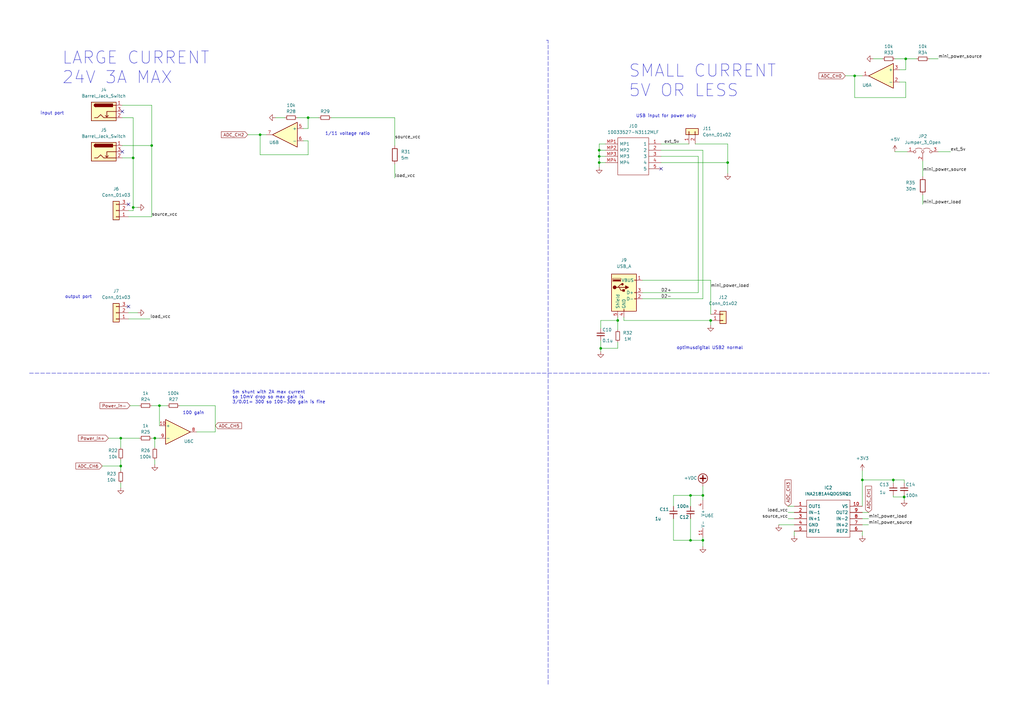
<source format=kicad_sch>
(kicad_sch (version 20211123) (generator eeschema)
  (paper "A3")
  (title_block (title "ESP32 audio power meter SD dataloger") (rev "1"))
  (lib_symbols
    (symbol "Amplifier_Operational:LM324A" (pin_names (offset 0.127))
      (property "Reference" "U" (at 0 5.08 0))
      (property "Value" "LM324A" (at 0 -5.08 0))
      (symbol "LM324A_1_1"
        (polyline (pts (xy -5.08 5.08) (xy 5.08 0) (xy -5.08 -5.08) (xy -5.08 5.08)) (stroke (width 0.254)) (fill (type background)))
        (pin output line (at 7.62 0 180) (length 2.54) (name "~") (number "1"))
        (pin input line (at -7.62 -2.54 0) (length 2.54) (name "-") (number "2"))
        (pin input line (at -7.62 2.54 0) (length 2.54) (name "+") (number "3"))
      )
      (symbol "LM324A_2_1"
        (polyline (pts (xy -5.08 5.08) (xy 5.08 0) (xy -5.08 -5.08) (xy -5.08 5.08)) (stroke (width 0.254)) (fill (type background)))
        (pin input line (at -7.62 2.54 0) (length 2.54) (name "+") (number "5"))
        (pin input line (at -7.62 -2.54 0) (length 2.54) (name "-") (number "6"))
        (pin output line (at 7.62 0 180) (length 2.54) (name "~") (number "7"))
      )
      (symbol "LM324A_3_1"
        (polyline (pts (xy -5.08 5.08) (xy 5.08 0) (xy -5.08 -5.08) (xy -5.08 5.08)) (stroke (width 0.254)) (fill (type background)))
        (pin input line (at -7.62 2.54 0) (length 2.54) (name "+") (number "10"))
        (pin output line (at 7.62 0 180) (length 2.54) (name "~") (number "8"))
        (pin input line (at -7.62 -2.54 0) (length 2.54) (name "-") (number "9"))
      )
      (symbol "LM324A_4_1"
        (polyline (pts (xy -5.08 5.08) (xy 5.08 0) (xy -5.08 -5.08) (xy -5.08 5.08)) (stroke (width 0.254)) (fill (type background)))
        (pin input line (at -7.62 2.54 0) (length 2.54) (name "+") (number "12"))
        (pin input line (at -7.62 -2.54 0) (length 2.54) (name "-") (number "13"))
        (pin output line (at 7.62 0 180) (length 2.54) (name "~") (number "14"))
      )
      (symbol "LM324A_5_1"
        (pin power_in line (at -2.54 -7.62 90) (length 3.81) (name "V-") (number "11"))
        (pin power_in line (at -2.54 7.62 270) (length 3.81) (name "V+") (number "4"))
      )
    )
    (symbol "Connector:Barrel_Jack_Switch" (pin_names hide)
      (property "Reference" "J" (at 0 5.334 0))
      (property "Value" "Barrel_Jack_Switch" (at 0 -5.08 0))
      (symbol "Barrel_Jack_Switch_0_1"
        (rectangle (start -5.08 3.81) (end 5.08 -3.81) (stroke (width 0.254)) (fill (type background)))
        (arc (start -3.302 3.175) (mid -3.937 2.54) (end -3.302 1.905) (stroke (width 0.254)))
        (arc (start -3.302 3.175) (mid -3.937 2.54) (end -3.302 1.905) (stroke (width 0.254)) (fill (type outline)))
        (polyline (pts (xy 1.27 -2.286) (xy 1.905 -1.651)) (stroke (width 0.254)))
        (polyline (pts (xy 5.08 2.54) (xy 3.81 2.54)) (stroke (width 0.254)))
        (polyline (pts (xy 5.08 0) (xy 1.27 0) (xy 1.27 -2.286) (xy 0.635 -1.651)) (stroke (width 0.254)))
        (polyline (pts (xy -3.81 -2.54) (xy -2.54 -2.54) (xy -1.27 -1.27) (xy 0 -2.54) (xy 2.54 -2.54) (xy 5.08 -2.54)) (stroke (width 0.254)))
        (rectangle (start 3.683 3.175) (end -3.302 1.905) (stroke (width 0.254)) (fill (type outline)))
      )
      (symbol "Barrel_Jack_Switch_1_1"
        (pin passive line (at 7.62 2.54 180) (length 2.54) (name "~") (number "1"))
        (pin passive line (at 7.62 -2.54 180) (length 2.54) (name "~") (number "2"))
        (pin passive line (at 7.62 0 180) (length 2.54) (name "~") (number "3"))
      )
    )
    (symbol "Connector:USB_A" (pin_names (offset 1.016))
      (property "Reference" "J" (at -5.08 11.43 0))
      (property "Value" "USB_A" (at -5.08 8.89 0))
      (symbol "USB_A_0_1"
        (rectangle (start -5.08 -7.62) (end 5.08 7.62) (stroke (width 0.254)) (fill (type background)))
        (circle (center -3.81 2.159) (radius 0.635) (stroke (width 0.254)) (fill (type outline)))
        (rectangle (start -1.524 4.826) (end -4.318 5.334) (fill (type outline)))
        (rectangle (start -1.27 4.572) (end -4.572 5.842))
        (circle (center -0.635 3.429) (radius 0.381) (stroke (width 0.254)) (fill (type outline)))
        (rectangle (start -0.127 -7.62) (end 0.127 -6.858))
        (polyline (pts (xy -3.175 2.159) (xy -2.54 2.159) (xy -1.27 3.429) (xy -0.635 3.429)) (stroke (width 0.254)))
        (polyline (pts (xy -2.54 2.159) (xy -1.905 2.159) (xy -1.27 0.889) (xy 0 0.889)) (stroke (width 0.254)))
        (polyline (pts (xy 0.635 2.794) (xy 0.635 1.524) (xy 1.905 2.159) (xy 0.635 2.794)) (stroke (width 0.254)) (fill (type outline)))
        (rectangle (start 0.254 1.27) (end -0.508 0.508) (stroke (width 0.254)) (fill (type outline)))
        (rectangle (start 5.08 -2.667) (end 4.318 -2.413))
        (rectangle (start 5.08 -0.127) (end 4.318 0.127))
        (rectangle (start 5.08 4.953) (end 4.318 5.207))
      )
      (symbol "USB_A_1_1"
        (polyline (pts (xy -1.905 2.159) (xy 0.635 2.159)) (stroke (width 0.254)))
        (pin power_in line (at 7.62 5.08 180) (length 2.54) (name "VBUS") (number "1"))
        (pin bidirectional line (at 7.62 -2.54 180) (length 2.54) (name "D-") (number "2"))
        (pin bidirectional line (at 7.62 0 180) (length 2.54) (name "D+") (number "3"))
        (pin power_in line (at 0 -10.16 90) (length 2.54) (name "GND") (number "4"))
        (pin passive line (at -2.54 -10.16 90) (length 2.54) (name "Shield") (number "5"))
      )
    )
    (symbol "Connector_Generic:Conn_01x02" (pin_names (offset 1.016) hide)
      (property "Reference" "J" (at 0 2.54 0))
      (property "Value" "Conn_01x02" (at 0 -5.08 0))
      (symbol "Conn_01x02_1_1"
        (rectangle (start -1.27 -2.413) (end 0 -2.667) (stroke (width 0.1524)))
        (rectangle (start -1.27 0.127) (end 0 -0.127) (stroke (width 0.1524)))
        (rectangle (start -1.27 1.27) (end 1.27 -3.81) (stroke (width 0.254)) (fill (type background)))
        (pin passive line (at -5.08 0 0) (length 3.81) (name "Pin_1") (number "1"))
        (pin passive line (at -5.08 -2.54 0) (length 3.81) (name "Pin_2") (number "2"))
      )
    )
    (symbol "Connector_Generic:Conn_01x03" (pin_names (offset 1.016) hide)
      (property "Reference" "J" (at 0 5.08 0))
      (property "Value" "Conn_01x03" (at 0 -5.08 0))
      (symbol "Conn_01x03_1_1"
        (rectangle (start -1.27 -2.413) (end 0 -2.667) (stroke (width 0.1524)))
        (rectangle (start -1.27 0.127) (end 0 -0.127) (stroke (width 0.1524)))
        (rectangle (start -1.27 2.667) (end 0 2.413) (stroke (width 0.1524)))
        (rectangle (start -1.27 3.81) (end 1.27 -3.81) (stroke (width 0.254)) (fill (type background)))
        (pin passive line (at -5.08 2.54 0) (length 3.81) (name "Pin_1") (number "1"))
        (pin passive line (at -5.08 0 0) (length 3.81) (name "Pin_2") (number "2"))
        (pin passive line (at -5.08 -2.54 0) (length 3.81) (name "Pin_3") (number "3"))
      )
    )
    (symbol "Device:C_Small" (pin_numbers hide) (pin_names (offset 0.254) hide)
      (property "Reference" "C" (at 0.254 1.778 0))
      (property "Value" "C_Small" (at 0.254 -2.032 0))
      (symbol "C_Small_0_1"
        (polyline (pts (xy -1.524 -0.508) (xy 1.524 -0.508)) (stroke (width 0.3302)))
        (polyline (pts (xy -1.524 0.508) (xy 1.524 0.508)) (stroke (width 0.3048)))
      )
      (symbol "C_Small_1_1"
        (pin passive line (at 0 2.54 270) (length 2.032) (name "~") (number "1"))
        (pin passive line (at 0 -2.54 90) (length 2.032) (name "~") (number "2"))
      )
    )
    (symbol "Device:R" (pin_numbers hide) (pin_names (offset 0))
      (property "Reference" "R" (at 2.032 0 90))
      (property "Value" "R" (at 0 0 90))
      (symbol "R_0_1"
        (rectangle (start -1.016 -2.54) (end 1.016 2.54) (stroke (width 0.254)))
      )
      (symbol "R_1_1"
        (pin passive line (at 0 3.81 270) (length 1.27) (name "~") (number "1"))
        (pin passive line (at 0 -3.81 90) (length 1.27) (name "~") (number "2"))
      )
    )
    (symbol "Device:R_Small" (pin_numbers hide) (pin_names (offset 0.254) hide)
      (property "Reference" "R" (at 0.762 0.508 0))
      (property "Value" "R_Small" (at 0.762 -1.016 0))
      (symbol "R_Small_0_1"
        (rectangle (start -0.762 1.778) (end 0.762 -1.778) (stroke (width 0.2032)))
      )
      (symbol "R_Small_1_1"
        (pin passive line (at 0 2.54 270) (length 0.762) (name "~") (number "1"))
        (pin passive line (at 0 -2.54 90) (length 0.762) (name "~") (number "2"))
      )
    )
    (symbol "Jumper:Jumper_3_Open" (pin_names (offset 0) hide)
      (property "Reference" "JP" (at -2.54 -2.54 0))
      (property "Value" "Jumper_3_Open" (at 0 2.794 0))
      (symbol "Jumper_3_Open_0_0"
        (circle (center -3.302 0) (radius 0.508))
        (circle (center 0 0) (radius 0.508))
        (circle (center 3.302 0) (radius 0.508))
      )
      (symbol "Jumper_3_Open_0_1"
        (arc (start -0.254 1.016) (mid -1.651 1.4992) (end -3.048 1.016))
        (polyline (pts (xy 0 -0.508) (xy 0 -1.27)))
        (arc (start 3.048 1.016) (mid 1.651 1.4992) (end 0.254 1.016))
      )
      (symbol "Jumper_3_Open_1_1"
        (pin passive line (at -6.35 0 0) (length 2.54) (name "A") (number "1"))
        (pin input line (at 0 -3.81 90) (length 2.54) (name "C") (number "2"))
        (pin passive line (at 6.35 0 180) (length 2.54) (name "B") (number "3"))
      )
    )
    (symbol "SamacSys_Parts:10033527-N3112MLF" (pin_names (offset 0.762))
      (property "Reference" "J" (at 19.05 7.62 0))
      (property "Value" "10033527-N3112MLF" (at 19.05 5.08 0))
      (symbol "10033527-N3112MLF_0_0"
        (pin passive line (at 0 0 0) (length 5.08) (name "1") (number "1"))
        (pin passive line (at 0 -2.54 0) (length 5.08) (name "2") (number "2"))
        (pin passive line (at 0 -5.08 0) (length 5.08) (name "3") (number "3"))
        (pin passive line (at 0 -7.62 0) (length 5.08) (name "4") (number "4"))
        (pin passive line (at 0 -10.16 0) (length 5.08) (name "5") (number "5"))
        (pin passive line (at 22.86 0 180) (length 5.08) (name "MP1") (number "MP1"))
        (pin passive line (at 22.86 -2.54 180) (length 5.08) (name "MP2") (number "MP2"))
        (pin passive line (at 22.86 -5.08 180) (length 5.08) (name "MP3") (number "MP3"))
        (pin passive line (at 22.86 -7.62 180) (length 5.08) (name "MP4") (number "MP4"))
      )
      (symbol "10033527-N3112MLF_0_1"
        (polyline (pts (xy 5.08 2.54) (xy 17.78 2.54) (xy 17.78 -12.7) (xy 5.08 -12.7) (xy 5.08 2.54)) (stroke (width 0.1524)))
      )
    )
    (symbol "SamacSys_Parts:INA2181A4QDGSRQ1" (pin_names (offset 0.762))
      (property "Reference" "IC" (at 24.13 7.62 0))
      (property "Value" "INA2181A4QDGSRQ1" (at 24.13 5.08 0))
      (symbol "INA2181A4QDGSRQ1_0_0"
        (pin passive line (at 0 0 0) (length 5.08) (name "OUT1") (number "1"))
        (pin passive line (at 27.94 0 180) (length 5.08) (name "VS") (number "10"))
        (pin passive line (at 0 -2.54 0) (length 5.08) (name "IN-1") (number "2"))
        (pin passive line (at 0 -5.08 0) (length 5.08) (name "IN+1") (number "3"))
        (pin passive line (at 0 -7.62 0) (length 5.08) (name "GND") (number "4"))
        (pin passive line (at 0 -10.16 0) (length 5.08) (name "REF1") (number "5"))
        (pin passive line (at 27.94 -10.16 180) (length 5.08) (name "REF2") (number "6"))
        (pin passive line (at 27.94 -7.62 180) (length 5.08) (name "IN+2") (number "7"))
        (pin passive line (at 27.94 -5.08 180) (length 5.08) (name "IN-2") (number "8"))
        (pin passive line (at 27.94 -2.54 180) (length 5.08) (name "OUT2") (number "9"))
      )
      (symbol "INA2181A4QDGSRQ1_0_1"
        (polyline (pts (xy 5.08 2.54) (xy 22.86 2.54) (xy 22.86 -12.7) (xy 5.08 -12.7) (xy 5.08 2.54)) (stroke (width 0.1524)))
      )
    )
    (symbol "power:+3V3" (power) (pin_names (offset 0))
      (property "Value" "+3V3" (at 0 3.556 0))
      (symbol "+3V3_0_1"
        (polyline (pts (xy -0.762 1.27) (xy 0 2.54)))
        (polyline (pts (xy 0 0) (xy 0 2.54)))
        (polyline (pts (xy 0 2.54) (xy 0.762 1.27)))
      )
      (symbol "+3V3_1_1"
        (pin power_in line (at 0 0 90) (length 0) hide (name "+3V3") (number "1"))
      )
    )
    (symbol "power:+5V" (power) (pin_names (offset 0))
      (property "Value" "+5V" (at 0 3.556 0))
      (symbol "+5V_0_1"
        (polyline (pts (xy -0.762 1.27) (xy 0 2.54)))
        (polyline (pts (xy 0 0) (xy 0 2.54)))
        (polyline (pts (xy 0 2.54) (xy 0.762 1.27)))
      )
      (symbol "+5V_1_1"
        (pin power_in line (at 0 0 90) (length 0) hide (name "+5V") (number "1"))
      )
    )
    (symbol "power:+VDC" (power) (pin_names (offset 0))
      (property "Value" "+VDC" (at 0 6.35 0))
      (symbol "+VDC_0_1"
        (polyline (pts (xy -1.143 3.175) (xy 1.143 3.175)) (stroke (width 0.508)))
        (polyline (pts (xy 0 0) (xy 0 1.27)))
        (polyline (pts (xy 0 2.032) (xy 0 4.318)) (stroke (width 0.508)))
        (circle (center 0 3.175) (radius 1.905) (stroke (width 0.254)))
      )
      (symbol "+VDC_1_1"
        (pin power_in line (at 0 0 90) (length 0) hide (name "+VDC") (number "1"))
      )
    )
    (symbol "power:GND" (power) (pin_names (offset 0))
      (property "Value" "GND" (at 0 -3.81 0))
      (symbol "GND_0_1"
        (polyline (pts (xy 0 0) (xy 0 -1.27) (xy 1.27 -1.27) (xy 0 -2.54) (xy -1.27 -1.27) (xy 0 -1.27)))
      )
      (symbol "GND_1_1"
        (pin power_in line (at 0 0 270) (length 0) hide (name "GND") (number "1"))
      )
    )
  )
  (junction (at 126.365 48.26))
  (junction (at 353.695 196.85))
  (junction (at 62.23 59.69))
  (junction (at 298.45 66.675))
  (junction (at 350.52 31.115))
  (junction (at 288.29 203.2))
  (junction (at 366.395 196.85))
  (junction (at 106.68 55.245))
  (junction (at 288.29 221.615))
  (junction (at 246.38 142.875))
  (junction (at 245.745 66.675))
  (junction (at 63.5 179.705))
  (junction (at 291.465 131.445))
  (junction (at 49.53 191.135))
  (junction (at 371.475 24.13))
  (junction (at 54.61 64.77))
  (junction (at 253.365 131.445))
  (junction (at 49.53 179.705))
  (junction (at 370.84 203.835))
  (junction (at 283.21 221.615))
  (junction (at 245.745 64.135))
  (junction (at 283.21 203.2))
  (junction (at 245.745 61.595))
  (junction (at 65.405 166.37))
  (junction (at 54.61 85.09))
  (no_connect (at 50.165 62.23))
  (no_connect (at 50.165 45.72))
  (no_connect (at 271.145 69.215))
  (no_connect (at 52.705 83.82))
  (no_connect (at 52.705 125.73))
  (wire (pts (xy 62.23 59.69) (xy 62.23 88.9)))
  (wire (pts (xy 370.84 203.835) (xy 370.84 203.2)))
  (wire (pts (xy 263.525 114.935) (xy 291.465 114.935)))
  (wire (pts (xy 161.925 48.26) (xy 161.925 59.69)))
  (wire (pts (xy 361.95 24.13) (xy 358.14 24.13)))
  (wire (pts (xy 52.705 128.27) (xy 56.515 128.27)))
  (wire (pts (xy 276.225 207.645) (xy 276.225 203.2)))
  (wire (pts (xy 378.46 80.01) (xy 378.46 83.82)))
  (wire (pts (xy 54.61 48.26) (xy 50.165 48.26)))
  (wire (pts (xy 271.145 64.135) (xy 286.385 64.135)))
  (wire (pts (xy 346.71 31.115) (xy 350.52 31.115)))
  (wire (pts (xy 126.365 63.5) (xy 126.365 57.785)))
  (wire (pts (xy 371.475 28.575) (xy 371.475 24.13)))
  (wire (pts (xy 253.365 131.445) (xy 253.365 135.255)))
  (wire (pts (xy 73.66 166.37) (xy 88.265 166.37)))
  (wire (pts (xy 41.91 191.135) (xy 49.53 191.135)))
  (wire (pts (xy 53.34 166.37) (xy 57.15 166.37)))
  (wire (pts (xy 288.29 220.345) (xy 288.29 221.615)))
  (wire (pts (xy 62.23 59.69) (xy 50.165 59.69)))
  (wire (pts (xy 124.46 52.705) (xy 126.365 52.705)))
  (wire (pts (xy 378.46 66.04) (xy 378.46 72.39)))
  (wire (pts (xy 366.395 203.2) (xy 366.395 203.835)))
  (polyline (pts (xy 224.79 280.67) (xy 224.79 16.51)))
  (wire (pts (xy 371.475 33.655) (xy 371.475 40.005)))
  (wire (pts (xy 49.53 198.12) (xy 49.53 200.025)))
  (wire (pts (xy 283.21 203.2) (xy 283.21 207.645)))
  (wire (pts (xy 353.695 196.85) (xy 353.695 207.645)))
  (wire (pts (xy 62.23 43.18) (xy 62.23 59.69)))
  (wire (pts (xy 253.365 140.335) (xy 253.365 142.875)))
  (wire (pts (xy 106.68 63.5) (xy 126.365 63.5)))
  (wire (pts (xy 370.84 196.85) (xy 370.84 198.12)))
  (wire (pts (xy 245.745 61.595) (xy 248.285 61.595)))
  (wire (pts (xy 62.23 88.9) (xy 52.705 88.9)))
  (wire (pts (xy 126.365 52.705) (xy 126.365 48.26)))
  (wire (pts (xy 371.475 40.005) (xy 350.52 40.005)))
  (wire (pts (xy 246.38 131.445) (xy 246.38 134.62)))
  (wire (pts (xy 126.365 48.26) (xy 121.92 48.26)))
  (wire (pts (xy 126.365 48.26) (xy 130.81 48.26)))
  (wire (pts (xy 350.52 40.005) (xy 350.52 31.115)))
  (wire (pts (xy 161.925 67.31) (xy 161.925 73.025)))
  (wire (pts (xy 49.53 188.595) (xy 49.53 191.135)))
  (wire (pts (xy 49.53 179.705) (xy 57.15 179.705)))
  (wire (pts (xy 248.285 59.055) (xy 245.745 59.055)))
  (wire (pts (xy 245.745 59.055) (xy 245.745 61.595)))
  (wire (pts (xy 276.225 221.615) (xy 276.225 212.725)))
  (wire (pts (xy 283.21 212.725) (xy 283.21 221.615)))
  (wire (pts (xy 106.68 55.245) (xy 106.68 63.5)))
  (wire (pts (xy 54.61 85.09) (xy 56.515 85.09)))
  (wire (pts (xy 283.21 221.615) (xy 288.29 221.615)))
  (wire (pts (xy 353.695 196.85) (xy 366.395 196.85)))
  (wire (pts (xy 63.5 179.705) (xy 63.5 183.515)))
  (wire (pts (xy 384.81 24.13) (xy 381 24.13)))
  (wire (pts (xy 271.145 66.675) (xy 298.45 66.675)))
  (wire (pts (xy 63.5 179.705) (xy 65.405 179.705)))
  (wire (pts (xy 288.29 122.555) (xy 263.525 122.555)))
  (wire (pts (xy 62.23 166.37) (xy 65.405 166.37)))
  (wire (pts (xy 62.23 179.705) (xy 63.5 179.705)))
  (wire (pts (xy 271.145 59.055) (xy 282.575 59.055)))
  (wire (pts (xy 106.68 55.245) (xy 109.22 55.245)))
  (wire (pts (xy 286.385 120.015) (xy 263.525 120.015)))
  (wire (pts (xy 323.215 210.185) (xy 325.755 210.185)))
  (wire (pts (xy 288.29 199.39) (xy 288.29 203.2)))
  (wire (pts (xy 246.38 142.875) (xy 246.38 144.145)))
  (wire (pts (xy 246.38 131.445) (xy 253.365 131.445)))
  (wire (pts (xy 353.695 215.265) (xy 356.235 215.265)))
  (wire (pts (xy 116.84 48.26) (xy 113.03 48.26)))
  (wire (pts (xy 368.935 33.655) (xy 371.475 33.655)))
  (wire (pts (xy 323.215 207.645) (xy 325.755 207.645)))
  (wire (pts (xy 248.285 66.675) (xy 245.745 66.675)))
  (wire (pts (xy 44.45 179.705) (xy 49.53 179.705)))
  (wire (pts (xy 353.695 193.04) (xy 353.695 196.85)))
  (wire (pts (xy 49.53 191.135) (xy 49.53 193.04)))
  (polyline (pts (xy 224.79 16.51) (xy 224.155 16.51)))
  (wire (pts (xy 124.46 57.785) (xy 126.365 57.785)))
  (wire (pts (xy 288.29 61.595) (xy 288.29 122.555)))
  (wire (pts (xy 298.45 66.675) (xy 298.45 71.12)))
  (wire (pts (xy 298.45 59.055) (xy 285.115 59.055)))
  (wire (pts (xy 291.465 131.445) (xy 291.465 133.35)))
  (wire (pts (xy 371.475 24.13) (xy 367.03 24.13)))
  (wire (pts (xy 88.265 166.37) (xy 88.265 177.165)))
  (wire (pts (xy 384.81 62.23) (xy 389.89 62.23)))
  (wire (pts (xy 353.695 219.71) (xy 353.695 217.805)))
  (wire (pts (xy 366.395 203.835) (xy 370.84 203.835)))
  (wire (pts (xy 246.38 139.7) (xy 246.38 142.875)))
  (wire (pts (xy 367.03 62.23) (xy 372.11 62.23)))
  (wire (pts (xy 65.405 166.37) (xy 68.58 166.37)))
  (wire (pts (xy 276.225 203.2) (xy 283.21 203.2)))
  (wire (pts (xy 50.165 64.77) (xy 54.61 64.77)))
  (wire (pts (xy 88.265 177.165) (xy 80.645 177.165)))
  (wire (pts (xy 255.905 131.445) (xy 255.905 130.175)))
  (wire (pts (xy 366.395 196.85) (xy 370.84 196.85)))
  (wire (pts (xy 271.145 61.595) (xy 288.29 61.595)))
  (wire (pts (xy 353.695 210.185) (xy 356.235 210.185)))
  (wire (pts (xy 245.745 64.135) (xy 245.745 66.675)))
  (wire (pts (xy 54.61 85.09) (xy 54.61 86.36)))
  (wire (pts (xy 50.165 43.18) (xy 62.23 43.18)))
  (wire (pts (xy 350.52 31.115) (xy 353.695 31.115)))
  (wire (pts (xy 370.84 205.105) (xy 370.84 203.835)))
  (wire (pts (xy 245.745 61.595) (xy 245.745 64.135)))
  (wire (pts (xy 288.29 221.615) (xy 288.29 224.155)))
  (polyline (pts (xy 12.065 153.035) (xy 405.765 153.035)))
  (wire (pts (xy 245.745 66.675) (xy 245.745 68.58)))
  (wire (pts (xy 63.5 188.595) (xy 63.5 190.5)))
  (wire (pts (xy 325.755 215.265) (xy 319.405 215.265)))
  (wire (pts (xy 286.385 64.135) (xy 286.385 120.015)))
  (wire (pts (xy 366.395 196.85) (xy 366.395 198.12)))
  (wire (pts (xy 325.755 219.71) (xy 325.755 217.805)))
  (polyline (pts (xy 224.155 16.51) (xy 224.155 16.51)))
  (wire (pts (xy 253.365 130.175) (xy 253.365 131.445)))
  (wire (pts (xy 253.365 142.875) (xy 246.38 142.875)))
  (wire (pts (xy 375.92 24.13) (xy 371.475 24.13)))
  (wire (pts (xy 323.215 212.725) (xy 325.755 212.725)))
  (wire (pts (xy 54.61 86.36) (xy 52.705 86.36)))
  (wire (pts (xy 276.225 221.615) (xy 283.21 221.615)))
  (wire (pts (xy 54.61 64.77) (xy 54.61 48.26)))
  (wire (pts (xy 49.53 179.705) (xy 49.53 183.515)))
  (wire (pts (xy 54.61 64.77) (xy 54.61 85.09)))
  (wire (pts (xy 135.89 48.26) (xy 161.925 48.26)))
  (wire (pts (xy 353.695 212.725) (xy 356.235 212.725)))
  (wire (pts (xy 65.405 166.37) (xy 65.405 174.625)))
  (wire (pts (xy 291.465 114.935) (xy 291.465 128.905)))
  (wire (pts (xy 101.6 55.245) (xy 106.68 55.245)))
  (wire (pts (xy 248.285 64.135) (xy 245.745 64.135)))
  (wire (pts (xy 283.21 203.2) (xy 288.29 203.2)))
  (wire (pts (xy 291.465 131.445) (xy 255.905 131.445)))
  (wire (pts (xy 368.935 28.575) (xy 371.475 28.575)))
  (wire (pts (xy 61.595 130.81) (xy 52.705 130.81)))
  (wire (pts (xy 298.45 66.675) (xy 298.45 59.055)))
  (wire (pts (xy 288.29 203.2) (xy 288.29 205.105)))
  (text "USB input for power only" (at 260.858 48.387 0) (effects (font (size 1.27 1.27)) (justify left bottom)))
  (text "100 gain" (at 74.93 170.18 0) (effects (font (size 1.27 1.27)) (justify left bottom)))
  (text "SMALL CURRENT\n5V OR LESS" (at 257.81 40.132 0) (effects (font (size 5 5)) (justify left bottom)))
  (text "1/11 voltage ratio" (at 133.35 55.626 0) (effects (font (size 1.27 1.27)) (justify left bottom)))
  (text "input port" (at 16.51 47.244 0) (effects (font (size 1.27 1.27)) (justify left bottom)))
  (text "5m shunt with 2A max current\nso 10mV drop so max gain is\n3/0.01= 300 so 100-300 gain is fine" (at 95.25 165.735 0) (effects (font (size 1.27 1.27)) (justify left bottom)))
  (text "output port" (at 26.67 122.555 0) (effects (font (size 1.27 1.27)) (justify left bottom)))
  (text "LARGE CURRENT\n24V 3A MAX" (at 25.4 34.798 0) (effects (font (size 5 5)) (justify left bottom)))
  (text "optimusdigital USB2 normal" (at 277.495 143.51 0) (effects (font (size 1.27 1.27)) (justify left bottom)))
  (label "D2-" (at 271.145 122.555 0))
  (label "ext_5v" (at 272.415 59.055 0))
  (label "mini_power_source" (at 356.235 215.265 0))
  (label "ext_5v" (at 389.89 62.23 0))
  (label "load_vcc" (at 61.595 130.81 0))
  (label "D2+" (at 271.145 120.015 0))
  (label "mini_power_load" (at 378.46 83.82 0))
  (label "source_vcc" (at 323.215 212.725 180))
  (label "load_vcc" (at 323.215 210.185 180))
  (label "mini_power_load" (at 291.465 118.11 0))
  (label "mini_power_load" (at 356.235 212.725 0))
  (label "load_vcc" (at 161.925 73.025 0))
  (label "mini_power_source" (at 384.81 24.13 0))
  (label "source_vcc" (at 62.23 88.9 0))
  (label "mini_power_source" (at 378.46 70.485 0))
  (label "source_vcc" (at 161.925 57.15 0))
  (global_label "Power_in-" (shape input) (at 53.34 166.37 180) (property "Intersheet References" "${INTERSHEET_REFS}" (effects hide)))
  (global_label "ADC_CH3" (shape input) (at 323.215 207.645 90) (property "Intersheet References" "${INTERSHEET_REFS}" (effects hide)))
  (global_label "Power_in+" (shape input) (at 44.45 179.705 180) (property "Intersheet References" "${INTERSHEET_REFS}" (effects hide)))
  (global_label "ADC_CH0" (shape input) (at 346.71 31.115 180) (property "Intersheet References" "${INTERSHEET_REFS}" (effects hide)))
  (global_label "ADC_CH5" (shape input) (at 88.265 174.625 0) (property "Intersheet References" "${INTERSHEET_REFS}" (effects hide)))
  (global_label "ADC_CH1" (shape input) (at 356.235 210.185 90) (property "Intersheet References" "${INTERSHEET_REFS}" (effects hide)))
  (global_label "ADC_CH2" (shape input) (at 101.6 55.245 180) (property "Intersheet References" "${INTERSHEET_REFS}" (effects hide)))
  (global_label "ADC_CH6" (shape input) (at 41.91 191.135 180) (property "Intersheet References" "${INTERSHEET_REFS}" (effects hide)))
  (symbol (lib_id "Device:R_Small") (at 63.5 186.055 0) (mirror x) (unit 1)
    (property "Reference" "R26" (at 59.69 184.785 0))
    (property "Value" "100k" (at 59.69 187.325 0))
    (property "Footprint" "Resistor_SMD:R_0603_1608Metric_Pad0.98x0.95mm_HandSolder" (effects hide))
  )
  (symbol (lib_id "power:GND") (at 245.745 68.58 0) (unit 1)
    (property "Reference" "#PWR044" (effects hide))
    (property "Value" "GND" (effects hide))
  )
  (symbol (lib_id "power:GND") (at 113.03 48.26 270) (mirror x) (unit 1)
    (property "Reference" "#PWR043" (effects hide))
    (property "Value" "GND" (effects hide))
  )
  (symbol (lib_id "power:GND") (at 353.695 219.71 0) (unit 1)
    (property "Reference" "#PWR053" (effects hide))
    (property "Value" "GND" (effects hide))
  )
  (symbol (lib_id "power:+3V3") (at 353.695 193.04 0) (unit 1)
    (property "Reference" "#PWR052" (effects hide))
    (property "Value" "+3V3" (at 353.695 187.96 0))
  )
  (symbol (lib_id "Device:C_Small") (at 276.225 210.185 0) (unit 1)
    (property "Reference" "C11" (at 270.51 208.915 0) (effects (justify left)))
    (property "Value" "1u" (at 268.605 212.725 0) (effects (justify left)))
    (property "Footprint" "Capacitor_SMD:C_0603_1608Metric_Pad1.08x0.95mm_HandSolder" (effects hide))
  )
  (symbol (lib_id "power:GND") (at 56.515 85.09 90) (unit 1)
    (property "Reference" "#PWR040" (effects hide))
    (property "Value" "GND" (effects hide))
  )
  (symbol (lib_id "power:GND") (at 358.14 24.13 270) (mirror x) (unit 1)
    (property "Reference" "#PWR054" (effects hide))
    (property "Value" "GND" (effects hide))
  )
  (symbol (lib_id "Amplifier_Operational:LM324A") (at 116.84 55.245 0) (mirror y) (unit 2)
    (property "Reference" "U6" (at 112.395 58.42 0))
    (property "Datasheet" "http://www.ti.com/lit/ds/symlink/lm2902-n.pdf" (effects hide))
  )
  (symbol (lib_id "Device:C_Small") (at 366.395 200.66 0) (unit 1)
    (property "Reference" "C13" (at 360.68 198.755 0) (effects (justify left)))
    (property "Value" "1u" (at 360.68 201.93 0) (effects (justify left)))
    (property "Footprint" "Capacitor_SMD:C_0603_1608Metric_Pad1.08x0.95mm_HandSolder" (effects hide))
  )
  (symbol (lib_id "power:GND") (at 319.405 215.265 0) (unit 1)
    (property "Reference" "#PWR050" (effects hide))
    (property "Value" "GND" (effects hide))
  )
  (symbol (lib_id "Connector_Generic:Conn_01x02") (at 282.575 53.975 90) (unit 1)
    (property "Reference" "J11" (at 288.163 52.7049 90) (effects (justify right)))
    (property "Value" "Conn_01x02" (at 288.163 55.2449 90) (effects (justify right)))
    (property "Footprint" "TestPoint:TestPoint_2Pads_Pitch5.08mm_Drill1.3mm" (effects hide))
  )
  (symbol (lib_id "Device:R_Small") (at 364.49 24.13 90) (mirror x) (unit 1)
    (property "Reference" "R33" (at 364.49 21.59 90))
    (property "Value" "10k" (at 364.49 19.05 90))
    (property "Footprint" "Resistor_SMD:R_0603_1608Metric_Pad0.98x0.95mm_HandSolder" (effects hide))
  )
  (symbol (lib_id "power:GND") (at 63.5 190.5 0) (unit 1)
    (property "Reference" "#PWR042" (effects hide))
    (property "Value" "GND" (effects hide))
  )
  (symbol (lib_id "Device:R") (at 378.46 76.2 180) (unit 1)
    (property "Reference" "R35" (at 371.475 74.93 0) (effects (justify right)))
    (property "Value" "30m" (at 371.475 77.47 0) (effects (justify right)))
    (property "Footprint" "Resistor_SMD:R_0402_1005Metric_Pad0.72x0.64mm_HandSolder" (effects hide))
    (property "Datasheet" "https://ro.mouser.com/ProductDetail/Vishay/WFCP0402R0300FE66?qs=sGAEpiMZZMtlubZbdhIBIDf1ptYLsLpZVbMOaZMIxcY%3D" (effects hide))
  )
  (symbol (lib_id "Device:C_Small") (at 246.38 137.16 0) (unit 1)
    (property "Reference" "C10" (at 247.015 135.255 0) (effects (justify left)))
    (property "Value" "0.1u" (at 247.015 139.7 0) (effects (justify left)))
    (property "Footprint" "Capacitor_SMD:C_0603_1608Metric_Pad1.08x0.95mm_HandSolder" (effects hide))
  )
  (symbol (lib_id "Device:R_Small") (at 133.35 48.26 90) (mirror x) (unit 1)
    (property "Reference" "R29" (at 133.35 45.72 90))
  )
  (symbol (lib_id "Connector_Generic:Conn_01x03") (at 47.625 86.36 180) (unit 1)
    (property "Reference" "J6" (at 47.625 77.47 0))
    (property "Value" "Conn_01x03" (at 47.625 80.01 0))
    (property "Footprint" "Connectors:SCREWTERMINAL-5MM-3" (effects hide))
  )
  (symbol (lib_id "Device:C_Small") (at 283.21 210.185 180) (unit 1)
    (property "Reference" "C12" (at 282.575 212.09 0) (effects (justify left)))
    (property "Value" "100n" (at 282.575 207.645 0) (effects (justify left)))
    (property "Footprint" "Capacitor_SMD:C_0603_1608Metric_Pad1.08x0.95mm_HandSolder" (effects hide))
  )
  (symbol (lib_id "Device:C_Small") (at 370.84 200.66 0) (unit 1)
    (property "Reference" "C14" (at 371.475 198.755 0) (effects (justify left)))
    (property "Value" "100n" (at 371.475 203.2 0) (effects (justify left)))
    (property "Footprint" "Capacitor_SMD:C_0603_1608Metric_Pad1.08x0.95mm_HandSolder" (effects hide))
  )
  (symbol (lib_id "Connector_Generic:Conn_01x03") (at 47.625 128.27 180) (unit 1)
    (property "Reference" "J7" (at 47.625 119.38 0))
    (property "Value" "Conn_01x03" (at 47.625 121.92 0))
    (property "Footprint" "Connectors:SCREWTERMINAL-5MM-3" (effects hide))
  )
  (symbol (lib_id "Connector:Barrel_Jack_Switch") (at 42.545 62.23 0) (unit 1)
    (property "Reference" "J5" (at 42.545 53.34 0))
    (property "Value" "Barrel_Jack_Switch" (at 42.545 55.88 0))
    (property "Footprint" "Connector_BarrelJack:BarrelJack_Wuerth_6941xx301002" (effects hide))
  )
  (symbol (lib_id "Device:R_Small") (at 49.53 186.055 0) (mirror x) (unit 1)
    (property "Reference" "R22" (at 46.355 184.785 0))
    (property "Value" "10k" (at 46.355 187.325 0))
    (property "Footprint" "Resistor_SMD:R_0603_1608Metric_Pad0.98x0.95mm_HandSolder" (effects hide))
  )
  (symbol (lib_id "Connector_Generic:Conn_01x02") (at 296.545 131.445 0) (mirror x) (unit 1)
    (property "Reference" "J12" (at 296.545 121.92 0))
    (property "Value" "Conn_01x02" (at 296.545 124.46 0))
    (property "Footprint" "TestPoint:TestPoint_2Pads_Pitch5.08mm_Drill1.3mm" (effects hide))
  )
  (symbol (lib_id "power:+5V") (at 367.03 62.23 0) (unit 1)
    (property "Reference" "#PWR055" (effects hide))
    (property "Value" "+5V" (at 367.03 57.15 0))
  )
  (symbol (lib_id "Connector:USB_A") (at 255.905 120.015 0) (unit 1)
    (property "Reference" "J9" (at 255.905 106.68 0))
    (property "Value" "USB_A" (at 255.905 109.22 0))
    (property "Footprint" "Connector_USB:USB_A_Molex_67643_Horizontal" (effects hide))
    (property "Datasheet" " ~" (effects hide))
  )
  (symbol (lib_id "Device:R_Small") (at 59.69 166.37 90) (mirror x) (unit 1)
    (property "Reference" "R24" (at 59.69 163.83 90))
    (property "Value" "1k" (at 59.69 161.29 90))
    (property "Footprint" "Resistor_SMD:R_0603_1608Metric_Pad0.98x0.95mm_HandSolder" (effects hide))
  )
  (symbol (lib_id "power:GND") (at 288.29 224.155 0) (unit 1)
    (property "Reference" "#PWR047" (effects hide))
    (property "Value" "GND" (effects hide))
  )
  (symbol (lib_id "Device:R_Small") (at 59.69 179.705 90) (mirror x) (unit 1)
    (property "Reference" "R25" (at 59.69 177.165 90))
    (property "Value" "1k" (at 59.69 174.625 90))
    (property "Footprint" "Resistor_SMD:R_0603_1608Metric_Pad0.98x0.95mm_HandSolder" (effects hide))
  )
  (symbol (lib_id "power:+VDC") (at 288.29 199.39 0) (unit 1)
    (property "Reference" "#PWR046" (effects hide))
    (property "Value" "+VDC" (at 283.21 196.088 0))
  )
  (symbol (lib_id "Amplifier_Operational:LM324A") (at 361.315 31.115 0) (mirror y) (unit 1)
    (property "Reference" "U6" (at 355.6 34.925 0))
    (property "Datasheet" "http://www.ti.com/lit/ds/symlink/lm2902-n.pdf" (effects hide))
  )
  (symbol (lib_id "Device:R_Small") (at 119.38 48.26 90) (mirror x) (unit 1)
    (property "Reference" "R28" (at 119.38 45.72 90))
    (property "Value" "10k" (at 119.38 43.18 90))
    (property "Footprint" "Resistor_SMD:R_0603_1608Metric_Pad0.98x0.95mm_HandSolder" (effects hide))
  )
  (symbol (lib_id "SamacSys_Parts:INA2181A4QDGSRQ1") (at 325.755 207.645 0) (unit 1)
    (property "Reference" "IC2" (at 339.725 200.025 0))
    (property "Value" "INA2181A4QDGSRQ1" (at 339.725 202.565 0))
    (property "Footprint" "SOP50P490X110-10N" (effects hide))
    (property "Datasheet" "http://www.ti.com/lit/gpn/ina2181-q1" (effects hide))
    (property "Description" "AEC-Q100, Dual Channel, 26V, Bi-Directional, Low-/High-Side, Voltage Output Current Sense Amp" (effects hide))
    (property "Height" "1.1" (effects hide))
    (property "Mouser Part Number" "595-INA2181A4QDGSRQ1" (effects hide))
    (property "Mouser Price/Stock" "https://www.mouser.co.uk/ProductDetail/Texas-Instruments/INA2181A4QDGSRQ1?qs=vdi0iO8H4N3bdnvgZyoEcw%3D%3D" (effects hide))
    (property "Manufacturer_Name" "Texas Instruments" (effects hide))
    (property "Manufacturer_Part_Number" "INA2181A4QDGSRQ1" (effects hide))
  )
  (symbol (lib_id "Device:R_Small") (at 71.12 166.37 90) (mirror x) (unit 1)
    (property "Reference" "R27" (at 71.12 163.83 90))
    (property "Value" "100k" (at 71.12 161.29 90))
    (property "Footprint" "Resistor_SMD:R_0603_1608Metric_Pad0.98x0.95mm_HandSolder" (effects hide))
  )
  (symbol (lib_id "power:GND") (at 325.755 219.71 0) (unit 1)
    (property "Reference" "#PWR051" (effects hide))
    (property "Value" "GND" (effects hide))
  )
  (symbol (lib_id "Device:R_Small") (at 378.46 24.13 90) (mirror x) (unit 1)
    (property "Reference" "R34" (at 378.46 21.59 90))
    (property "Value" "10k" (at 378.46 19.05 90))
    (property "Footprint" "Resistor_SMD:R_0603_1608Metric_Pad0.98x0.95mm_HandSolder" (effects hide))
  )
  (symbol (lib_id "Device:R") (at 161.925 63.5 0) (unit 1)
    (property "Reference" "R31" (at 164.465 62.23 0) (effects (justify left)))
    (property "Value" "5m" (at 164.465 64.77 0) (effects (justify left)))
    (property "Footprint" "Resistor_SMD:R_0612_1632Metric_Pad1.18x3.40mm_HandSolder" (effects hide))
    (property "Datasheet" "https://ro.mouser.com/ProductDetail/Vishay/WFCP06125L000FE66?qs=sGAEpiMZZMtlubZbdhIBIJBDgjsVQBFlUYEtiJor9t8%3D" (effects hide))
  )
  (symbol (lib_id "Device:R_Small") (at 253.365 137.795 0) (mirror x) (unit 1)
    (property "Reference" "R32" (at 257.429 136.525 0))
    (property "Value" "1M" (at 257.429 139.065 0))
    (property "Footprint" "Resistor_SMD:R_0603_1608Metric_Pad0.98x0.95mm_HandSolder" (effects hide))
  )
  (symbol (lib_id "power:GND") (at 298.45 71.12 0) (unit 1)
    (property "Reference" "#PWR049" (effects hide))
    (property "Value" "GND" (effects hide))
  )
  (symbol (lib_id "power:GND") (at 49.53 200.025 0) (unit 1)
    (property "Reference" "#PWR039" (effects hide))
    (property "Value" "GND" (effects hide))
  )
  (symbol (lib_id "SamacSys_Parts:10033527-N3112MLF") (at 271.145 59.055 0) (mirror y) (unit 1)
    (property "Reference" "J10" (at 259.715 51.689 0))
    (property "Value" "10033527-N3112MLF" (at 259.715 54.229 0))
    (property "Footprint" "SamacSys_Parts:10033527N3112MLF" (effects hide))
    (property "Datasheet" "https://cdn.amphenol-icc.com/media/wysiwyg/files/drawing/10033527.pdf" (effects hide))
    (property "Description" "USB - mini AB USB 2.0 Receptacle Connector 5 Position Surface Mount, Right Angle" (effects hide))
    (property "Height" "4.05" (effects hide))
    (property "Mouser Part Number" "649-10033527N3112MLF" (effects hide))
    (property "Mouser Price/Stock" "https://www.mouser.co.uk/ProductDetail/Amphenol-FCI/10033527-N3112MLF?qs=SY%2F34uu5F4ZzUdhf3C4mRw%3D%3D" (effects hide))
    (property "Manufacturer_Name" "Amphenol" (effects hide))
    (property "Manufacturer_Part_Number" "10033527-N3112MLF" (effects hide))
  )
  (symbol (lib_id "power:GND") (at 370.84 205.105 0) (unit 1)
    (property "Reference" "#PWR056" (effects hide))
    (property "Value" "GND" (effects hide))
  )
  (symbol (lib_id "Jumper:Jumper_3_Open") (at 378.46 62.23 0) (unit 1)
    (property "Reference" "JP2" (at 378.46 55.88 0))
    (property "Value" "Jumper_3_Open" (at 378.46 58.42 0))
    (property "Footprint" "Connector_PinHeader_2.54mm:PinHeader_1x03_P2.54mm_Vertical" (effects hide))
  )
  (symbol (lib_id "Amplifier_Operational:LM324A") (at 290.83 212.725 0) (unit 5)
    (property "Reference" "U6" (at 288.925 211.4549 0) (effects (justify left)))
    (property "Datasheet" "http://www.ti.com/lit/ds/symlink/lm2902-n.pdf" (effects hide))
  )
  (symbol (lib_id "Amplifier_Operational:LM324A") (at 73.025 177.165 0) (unit 3)
    (property "Reference" "U6" (at 77.47 180.975 0))
    (property "Datasheet" "http://www.ti.com/lit/ds/symlink/lm2902-n.pdf" (effects hide))
  )
  (symbol (lib_id "power:GND") (at 291.465 133.35 0) (mirror y) (unit 1)
    (property "Reference" "#PWR048" (effects hide))
    (property "Value" "GND" (effects hide))
  )
  (symbol (lib_id "power:GND") (at 246.38 144.145 0) (unit 1)
    (property "Reference" "#PWR045" (effects hide))
    (property "Value" "GND" (effects hide))
  )
  (symbol (lib_id "Connector:Barrel_Jack_Switch") (at 42.545 45.72 0) (unit 1)
    (property "Reference" "J4" (at 42.545 36.83 0))
    (property "Value" "Barrel_Jack_Switch" (at 42.545 39.37 0))
    (property "Footprint" "Z_mycustom_footprint_lib:DC plug jack 5.5-2.5mm" (effects hide))
  )
  (symbol (lib_id "power:GND") (at 56.515 128.27 90) (unit 1)
    (property "Reference" "#PWR041" (effects hide))
    (property "Value" "GND" (effects hide))
  )
  (symbol (lib_id "Device:R_Small") (at 49.53 195.58 0) (mirror x) (unit 1)
    (property "Reference" "R23" (at 45.72 194.31 0))
    (property "Value" "10k" (at 45.72 196.85 0))
    (property "Footprint" "Resistor_SMD:R_0603_1608Metric_Pad0.98x0.95mm_HandSolder" (effects hide))
  )
)
</source>
